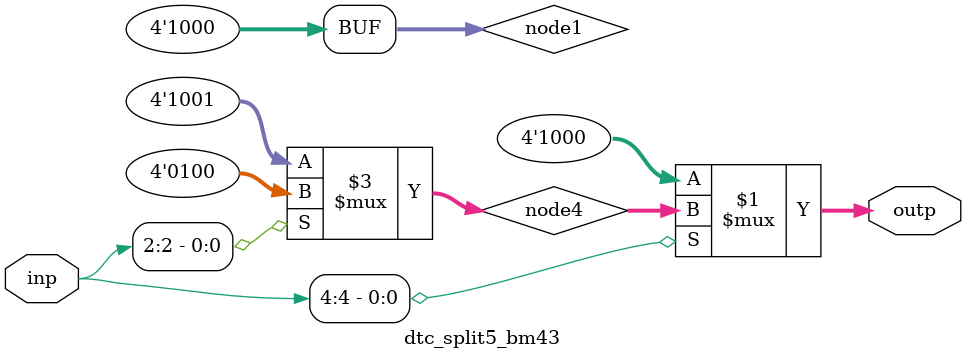
<source format=v>
module dtc_split5_bm43 (
	input  wire [8-1:0] inp,
	output wire [4-1:0] outp
);

	wire [4-1:0] node1;
	wire [4-1:0] node4;

	assign outp = (inp[4]) ? node4 : node1;
		assign node1 = (inp[7]) ? 4'b1000 : 4'b1000;
		assign node4 = (inp[2]) ? 4'b0100 : 4'b1001;

endmodule
</source>
